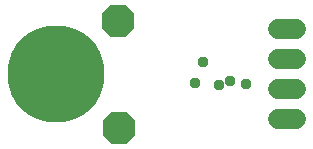
<source format=gbr>
G04 EAGLE Gerber RS-274X export*
G75*
%MOMM*%
%FSLAX34Y34*%
%LPD*%
%INSoldermask Bottom*%
%IPPOS*%
%AMOC8*
5,1,8,0,0,1.08239X$1,22.5*%
G01*
%ADD10C,1.727200*%
%ADD11P,2.982959X8X112.500000*%
%ADD12C,8.203200*%
%ADD13P,2.982959X8X22.500000*%
%ADD14C,0.959600*%


D10*
X324104Y290830D02*
X339344Y290830D01*
X339344Y265430D02*
X324104Y265430D01*
X324104Y240030D02*
X339344Y240030D01*
X339344Y214630D02*
X324104Y214630D01*
D11*
X189484Y207264D03*
D12*
X136144Y252730D03*
D13*
X188722Y297942D03*
D14*
X297434Y244122D03*
X254000Y245110D03*
X274574Y243586D03*
X283438Y246860D03*
X260477Y263017D03*
M02*

</source>
